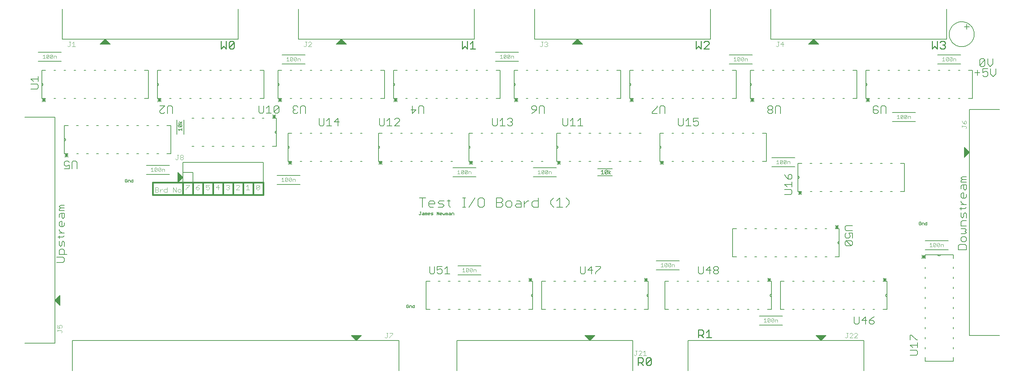
<source format=gto>
G04 Output by ViewMate Deluxe V11.0.9  PentaLogix LLC*
G04 Thu May 29 07:25:40 2014*
%FSLAX33Y33*%
%MOMM*%
%IPPOS*%
%ADD18C,0.127*%
%ADD125C,0.2032*%
%ADD127C,0.1016*%
%ADD128C,0.4064*%
%ADD129C,0.254*%
%ADD130C,0.127*%
%ADD131C,0.1524*%

%LPD*%
X0Y0D2*D18*G1X115126Y46444D2*X115126Y46076D1*X17633Y61130D2*X16835Y61130D1*X16835Y60731D2*X17633Y61529D1*X17234Y61529D2*X17234Y60731D1*X17633Y60731D2*X16835Y61529D1*X32596Y54945D2*X32474Y55067D1*X32228Y55067*X32106Y54945*X32106Y54453*X32228Y54331*X32474Y54331*X32596Y54453*X32352Y54699D2*X32596Y54699D1*X32596Y54453*X32855Y54331D2*X32855Y54821D1*X33223Y54821*X33345Y54699*X33345Y54331*X34094Y55067D2*X34094Y54331D1*X34094Y54821D2*X33726Y54821D1*X33602Y54699*X33602Y54453*X33726Y54331*X34094Y54331*X104465Y22949D2*X104465Y22581D1*X103716Y23195D2*X103594Y23317D1*X103348Y23317*X103226Y23195*X103226Y22703*X103348Y22581*X103594Y22581*X103716Y22703*X103472Y22949D2*X103716Y22949D1*X103716Y22703*X103975Y22581D2*X103975Y23071D1*X104343Y23071*X104465Y22949*X105214Y23071D2*X104846Y23071D1*X104722Y22949*X104722Y22703*X104846Y22581*X105214Y22581*X105214Y23317*X203053Y51605D2*X202255Y51605D1*X202255Y51206D2*X203053Y52004D1*X202654Y52004D2*X202654Y51206D1*X203053Y51206D2*X202255Y52004D1*X212001Y43409D2*X212001Y42611D1*X212400Y42611D2*X211602Y43409D1*X211602Y43010D2*X212400Y43010D1*X212400Y43409D2*X211602Y42611D1*X234262Y43904D2*X234262Y43658D1*X234386Y43536*X234754Y43536*X234754Y44272*X234754Y44026D2*X234386Y44026D1*X234262Y43904*X233256Y44150D2*X233134Y44272D1*X232888Y44272*X232766Y44150*X232766Y43658*X232888Y43536*X233134Y43536*X233256Y43658*X233012Y43904D2*X233256Y43904D1*X233256Y43658*X233515Y43536D2*X233515Y44026D1*X233883Y44026*X234005Y43904*X234005Y43536*X233850Y35072D2*X233850Y35870D1*X233451Y35870D2*X234249Y35072D1*X234249Y35471D2*X233451Y35471D1*X233451Y35072D2*X234249Y35870D1*X223667Y29276D2*X224465Y30074D1*X224066Y30074D2*X224066Y29276D1*X224465Y29276D2*X223667Y30074D1*X223667Y29675D2*X224465Y29675D1*X194457Y29675D2*X195255Y29675D1*X195255Y30074D2*X194457Y29276D1*X194856Y29276D2*X194856Y30074D1*X194457Y30074D2*X195255Y29276D1*X163342Y29276D2*X164140Y30074D1*X163741Y30074D2*X163741Y29276D1*X164140Y29276D2*X163342Y30074D1*X163342Y29675D2*X164140Y29675D1*X134132Y29675D2*X134930Y29675D1*X134930Y30074D2*X134132Y29276D1*X134531Y29276D2*X134531Y30074D1*X134132Y30074D2*X134930Y29276D1*X112387Y46198D2*X112387Y46566D1*X114008Y46322D2*X113886Y46198D1*X114633Y46076D2*X114633Y46566D1*X115126Y46444D2*X115001Y46566D1*X114633Y46566*X114008Y46322D2*X114376Y46322D1*X114008Y46566D2*X114254Y46566D1*X114376Y46444*X114376Y46076*X114008Y46076*X113886Y46198*X113137Y46566D2*X113137Y46076D1*X113383Y46076D2*X113383Y46444D1*X113627Y46076D2*X113627Y46444D1*X113505Y46566*X113383Y46444*X113259Y46566*X113137Y46566*X112880Y46566D2*X112880Y46198D1*X112756Y46076*X112634Y46198*X112512Y46076*X112387Y46198*X112009Y46076D2*X111763Y46076D1*X111641Y46198*X111641Y46444*X111641Y46322D2*X112131Y46322D1*X112131Y46444*X112009Y46566*X111763Y46566*X111641Y46444*X111382Y46812D2*X111382Y46076D1*X110891Y46812*X110891Y46076*X108646Y46198D2*X108646Y46444D1*X109764Y46322D2*X109885Y46198D1*X109764Y46076*X109395Y46076*X109395Y46444D2*X109517Y46322D1*X109764Y46322*X109885Y46566D2*X109517Y46566D1*X109395Y46444*X109136Y46322D2*X109136Y46444D1*X109014Y46566*X108768Y46566*X108646Y46444*X109136Y46322D2*X108646Y46322D1*X109014Y46076D2*X108768Y46076D1*X108646Y46198*X107897Y46566D2*X107897Y46076D1*X108143Y46076D2*X108143Y46444D1*X108389Y46076D2*X108389Y46444D1*X108265Y46566*X108143Y46444*X108021Y46566*X107897Y46566*X107640Y46322D2*X107272Y46322D1*X107150Y46198*X107272Y46076*X107640Y46076*X107640Y46444*X107518Y46566*X107272Y46566*X106647Y46812D2*X106891Y46812D1*X106769Y46812D2*X106769Y46198D1*X106647Y46076*X106523Y46076*X106401Y46198*X74148Y59624D2*X73350Y58826D1*X73749Y58826D2*X73749Y59624D1*X73350Y59624D2*X74148Y58826D1*X74148Y59225D2*X73350Y59225D1*X97008Y59225D2*X96210Y59225D1*X96210Y58826D2*X97008Y59624D1*X96609Y59624D2*X96609Y58826D1*X97008Y58826D2*X96210Y59624D1*X119868Y59624D2*X119070Y58826D1*X119469Y58826D2*X119469Y59624D1*X119070Y59624D2*X119868Y58826D1*X119868Y59225D2*X119070Y59225D1*X142093Y59225D2*X141295Y59225D1*X141295Y58826D2*X142093Y59624D1*X141694Y59624D2*X141694Y58826D1*X142093Y58826D2*X141295Y59624D1*X152453Y57053D2*X152768Y57366D1*X152768Y56426*X153081Y56426D2*X152453Y56426D1*X153391Y56584D2*X153391Y57211D1*X153546Y57366*X153860Y57366*X154018Y57211*X154018Y56584*X153860Y56426*X153546Y56426*X153391Y56584*X154018Y57211*X154325Y56426D2*X154325Y57366D1*X154795Y56426D2*X154325Y56739D1*X154795Y57053*X167729Y59624D2*X167729Y58826D1*X168128Y58826D2*X167330Y59624D1*X167330Y59225D2*X168128Y59225D1*X168128Y59624D2*X167330Y58826D1*X219799Y75499D2*X219799Y74701D1*X219400Y74701D2*X220198Y75499D1*X220198Y75100D2*X219400Y75100D1*X219400Y75499D2*X220198Y74701D1*X190589Y74701D2*X190589Y75499D1*X190190Y75499D2*X190988Y74701D1*X190988Y75100D2*X190190Y75100D1*X190190Y74701D2*X190988Y75499D1*X160109Y75499D2*X160109Y74701D1*X159710Y74701D2*X160508Y75499D1*X160508Y75100D2*X159710Y75100D1*X159710Y75499D2*X160508Y74701D1*X130899Y74701D2*X130899Y75499D1*X130500Y75499D2*X131298Y74701D1*X131298Y75100D2*X130500Y75100D1*X130500Y74701D2*X131298Y75499D1*X100419Y75499D2*X100419Y74701D1*X100020Y74701D2*X100818Y75499D1*X100818Y75100D2*X100020Y75100D1*X100020Y75499D2*X100818Y74701D1*X71209Y74701D2*X71209Y75499D1*X70810Y75499D2*X71608Y74701D1*X71608Y75100D2*X70810Y75100D1*X70810Y74701D2*X71608Y75499D1*X69761Y70551D2*X69761Y71349D1*X69362Y71349D2*X70160Y70551D1*X70160Y70950D2*X69362Y70950D1*X69362Y70551D2*X70160Y71349D1*X45817Y67363D2*X45504Y67678D1*X46444Y67678*X46444Y67991D2*X46444Y67363D1*X46286Y68301D2*X45659Y68301D1*X45504Y68456*X45504Y68770*X45659Y68928*X46286Y68928*X46444Y68770*X46444Y68456*X46286Y68301*X45659Y68928*X46444Y69235D2*X45504Y69235D1*X46444Y69705D2*X46131Y69235D1*X45817Y69705*X40729Y74701D2*X40729Y75499D1*X40330Y75499D2*X41128Y74701D1*X41128Y75100D2*X40330Y75100D1*X40330Y74701D2*X41128Y75499D1*X11519Y75499D2*X11519Y74701D1*X11120Y74701D2*X11918Y75499D1*X11918Y75100D2*X11120Y75100D1*X11120Y75499D2*X11918Y74701D1*D125*X8240Y77914D2*X9809Y77914D1*X10122Y78227*X10122Y79832D2*X10122Y81087D1*X10122Y80460D2*X8240Y80460D1*X8867Y79832*X8240Y79169D2*X9809Y79169D1*X10122Y78854*X10122Y78227*X230490Y14440D2*X230490Y15695D1*X230490Y10604D2*X232059Y10604D1*X232372Y10917*X232372Y11544*X232059Y11859*X230490Y11859*X231117Y12522D2*X230490Y13150D1*X232372Y13150*X232372Y13777D2*X232372Y12522D1*X232372Y14440D2*X232059Y14440D1*X230805Y15695*X230490Y15695*X219202Y18453D2*X219202Y20335D1*X218262Y19393*X221435Y20335D2*X220807Y20020D1*X220180Y19393*X220180Y18766*X220495Y18453*X221120Y18453*X221435Y18766*X221435Y19080*X221120Y19393*X220180Y19393*X218262Y19393D2*X219517Y19393D1*X217599Y20335D2*X217599Y18766D1*X217284Y18453*X216657Y18453*X216344Y18766*X216344Y20335*X178892Y32093D2*X179832Y33035D1*X179832Y31153*X181750Y32093D2*X182065Y32408D1*X182065Y32720*X181750Y33035*X181125Y33035*X180810Y32720*X180810Y32408*X181125Y32093*X180810Y31780D2*X180810Y31466D1*X181125Y31153*X181750Y31153*X182065Y31466*X182065Y31780*X181750Y32093*X181125Y32093*X180810Y31780*X178892Y32093D2*X180147Y32093D1*X178229Y33035D2*X178229Y31466D1*X177914Y31153*X177287Y31153*X176974Y31466*X176974Y33035*X147130Y31466D2*X147130Y33035D1*X150302Y32093D2*X149047Y32093D1*X150965Y33035D2*X152220Y33035D1*X152220Y32720*X150965Y31466*X150965Y31153*X149987Y31153D2*X149987Y33035D1*X149047Y32093*X148384Y33035D2*X148384Y31466D1*X148069Y31153*X147442Y31153*X147130Y31466*X112865Y31153D2*X114120Y31153D1*X113492Y31153D2*X113492Y33035D1*X112865Y32408*X110947Y33035D2*X112202Y33035D1*X110947Y31466D2*X111260Y31153D1*X111887Y31153*X112202Y31466*X112202Y32093*X111887Y32408*X111575Y32408*X110947Y32093*X110947Y33035*X110284Y33035D2*X110284Y31466D1*X109969Y31153*X109342Y31153*X109030Y31466*X109030Y33035*X106464Y50383D2*X108024Y50383D1*X107244Y48044D2*X107244Y50383D1*X108803Y49212D2*X108803Y48433D1*X109192Y48044*X109972Y48044*X110363Y48824D2*X110363Y49212D1*X109972Y49604*X109192Y49604*X108803Y49212*X110363Y48824D2*X108803Y48824D1*X112700Y48433D2*X112311Y48824D1*X111531Y48824*X112700Y49604D2*X111531Y49604D1*X111143Y49212*X111531Y48824*X111143Y48044D2*X112311Y48044D1*X112700Y48433*X114259Y48044D2*X113871Y48433D1*X113871Y49992*X114259Y49604D2*X113480Y49604D1*X117378Y50383D2*X118158Y50383D1*X117767Y48044D2*X117767Y50383D1*X118158Y48044D2*X117378Y48044D1*X120498Y50383D2*X118938Y48044D1*X122837Y48433D2*X122837Y49992D1*X122446Y50383*X121666Y50383*X121277Y49992*X121277Y48433*X121666Y48044*X122446Y48044*X122837Y48433*X127513Y48824D2*X127124Y49212D1*X125954Y49212D2*X127124Y49212D1*X127513Y49604*X127513Y49992*X127124Y50383*X125954Y50383*X125954Y48044*X127124Y48044*X127513Y48433*X127513Y48824*X129852Y49212D2*X129852Y48433D1*X129461Y48044*X128681Y48044*X128293Y48433*X128293Y49212*X128681Y49604*X129461Y49604*X129852Y49212*X131021Y49604D2*X131801Y49604D1*X132192Y49212*X132192Y48824D2*X131021Y48824D1*X130632Y48433*X131021Y48044*X132192Y48044*X132192Y49212*X132972Y48044D2*X132972Y49604D1*X132972Y48824D2*X133751Y49604D1*X134140Y49604*X136479Y49604D2*X135308Y49604D1*X134920Y49212*X134920Y48433*X135308Y48044*X136479Y48044*X136479Y50383*X144275Y49604D2*X143495Y50383D1*X141935Y48044D2*X141935Y50383D1*X141155Y49604*X140376Y50383D2*X139596Y49604D1*X139596Y48824*X140376Y48044*X142715Y48044D2*X141155Y48044D1*X143495Y48044D2*X144275Y48824D1*X144275Y49604*X198740Y56335D2*X199055Y55707D1*X199682Y55080*X200309Y55080D2*X200622Y55395D1*X200622Y56020*X200309Y56335*X199995Y56335*X199682Y56020*X199682Y55080*X200309Y55080*X200622Y53162D2*X200622Y54417D1*X200622Y53790D2*X198740Y53790D1*X199367Y53162*X198740Y52499D2*X200309Y52499D1*X200622Y52184*X200622Y51557*X198740Y51244D2*X200309Y51244D1*X200622Y51557*X215915Y43370D2*X214346Y43370D1*X214033Y43058*X214033Y42431*X214346Y42116*X215915Y42116*X215915Y40198D2*X215915Y41453D1*X214973Y41453*X214346Y40198D2*X214973Y40198D1*X215288Y40513*X215288Y40825*X214973Y41453*X214346Y41453D2*X214033Y41140D1*X214033Y40513*X214346Y40198*X214346Y39535D2*X215600Y39535D1*X215915Y39220*X215915Y38595*X215600Y38280D2*X214346Y38280D1*X214033Y38595*X214033Y39220*X214346Y39535*X215600Y38280*X215915Y38595*X244361Y38570D2*X244691Y38240D1*X244691Y37249*X242707Y37249*X242707Y38240*X243037Y38570*X244361Y38570*X243700Y40582D2*X244361Y40582D1*X244691Y40251*X244691Y39591*X244361Y39261*X243700Y39261*X243370Y39591*X243370Y40251*X243700Y40582*X243370Y41272D2*X244361Y41272D1*X244691Y41603*X244361Y41933*X244691Y42263*X244361Y42593*X243370Y42593*X244691Y43284D2*X243370Y43284D1*X243370Y44275*X243700Y44605*X244691Y44605*X244691Y45296D2*X244691Y46286D1*X244361Y46617*X243370Y46617D2*X243370Y45626D1*X243700Y45296*X244030Y45626*X244030Y46286*X244361Y46617*X244691Y47968D2*X244361Y47635D1*X243037Y47635*X243370Y47968D2*X243370Y47305D1*X244691Y48646D2*X243370Y48646D1*X244030Y48646D2*X243370Y49309D1*X243370Y49639*X244361Y50322D2*X244691Y50653D1*X244691Y51316*X243700Y51646D2*X243370Y51316D1*X243370Y50653*X243700Y50322*X244361Y50322*X244030Y50322D2*X244030Y51646D1*X243700Y51646*X243370Y52664D2*X243370Y53325D1*X243700Y53658*X244030Y53658D2*X244030Y52664D1*X244361Y52334*X244691Y52664*X244691Y53658*X243700Y53658*X243700Y55006D2*X243370Y54676D1*X243370Y54346*X244691Y54346*X244691Y55006D2*X243700Y55006D1*X243370Y55336*X243700Y55667*X244691Y55667*X247460Y82718D2*X247460Y81394D1*X249390Y85258D2*X249060Y85588D1*X248399Y85588*X248069Y85258*X248069Y83934*X249390Y83934D2*X249390Y85258D1*X248069Y83934*X248399Y83604*X249060Y83604*X249390Y83934*X251402Y84264D2*X250741Y83604D1*X250081Y84264*X250081Y85588*X251402Y84264D2*X251402Y85588D1*X252143Y83048D2*X252143Y81724D1*X251483Y81064*X250822Y81724*X250822Y83048*X250132Y83048D2*X248811Y83048D1*X248811Y82055*X248811Y81394D2*X249141Y81064D1*X249801Y81064*X250132Y81394*X250132Y82055*X249801Y82385*X249471Y82385*X248811Y82055*X246799Y82055D2*X248120Y82055D1*X223091Y73309D2*X223406Y73622D1*X224033Y73622*X224346Y73309*X224346Y71740*X223091Y73309D2*X223091Y71740D1*X222428Y73309D2*X222115Y73622D1*X221488Y73622*X221173Y73309*X221173Y72682D2*X222115Y72682D1*X222428Y72367*X222428Y72055*X222115Y71740*X221488Y71740*X221173Y72055*X221173Y73309*X196421Y73309D2*X196736Y73622D1*X197363Y73622*X197676Y73309*X197676Y71740*X196421Y73309D2*X196421Y71740D1*X195445Y72682D2*X195758Y72995D1*X195758Y73309*X195445Y73622*X194818Y73622*X194503Y73309*X194503Y72995*X194818Y72682*X194503Y72055D2*X194818Y71740D1*X195445Y71740*X195758Y72055*X195758Y72367*X195445Y72682*X194818Y72682*X194503Y72367*X194503Y72055*X176985Y70500D2*X175730Y70500D1*X175730Y69558*X176357Y69873*X176670Y69873*X176985Y69558*X176985Y68931*X176670Y68618*X176045Y68618*X175730Y68931*X173812Y68618D2*X175067Y68618D1*X174440Y68618D2*X174440Y70500D1*X173812Y69873*X173149Y70500D2*X173149Y68931D1*X172834Y68618*X172207Y68618*X171894Y68931*X171894Y70500*X166548Y71740D2*X165293Y71740D1*X167211Y71740D2*X167211Y73309D1*X168466Y71740D2*X168466Y73309D1*X168153Y73622*X167526Y73622*X167211Y73309*X166548Y73622D2*X166548Y73309D1*X165293Y72055*X165293Y71740*X146520Y69873D2*X147147Y70500D1*X147147Y68618*X146520Y68618D2*X147775Y68618D1*X144602Y68618D2*X145857Y68618D1*X145230Y68618D2*X145230Y70500D1*X144602Y69873*X143939Y70500D2*X143939Y68931D1*X143624Y68618*X142997Y68618*X142684Y68931*X142684Y70500*X136731Y73309D2*X137046Y73622D1*X137673Y73622*X137986Y73309*X137986Y71740*X136731Y73309D2*X136731Y71740D1*X136068Y72682D2*X136068Y73309D1*X135755Y73622*X135128Y73622*X134813Y73309*X134813Y72995*X135128Y72682*X136068Y72682*X135440Y72055*X134813Y71740*X128740Y70185D2*X129055Y70500D1*X129680Y70500*X129995Y70185*X129995Y69873*X129680Y69558*X129367Y69558D2*X129680Y69558D1*X129995Y69245*X129995Y68931*X129680Y68618*X129055Y68618*X128740Y68931*X126822Y68618D2*X128077Y68618D1*X127450Y68618D2*X127450Y70500D1*X126822Y69873*X126159Y70500D2*X126159Y68931D1*X125844Y68618*X125217Y68618*X124904Y68931*X124904Y70500*X106251Y73309D2*X106566Y73622D1*X107193Y73622*X107506Y73309*X107506Y71740*X106251Y73309D2*X106251Y71740D1*X104648Y73622D2*X104648Y71740D1*X105588Y72682*X104333Y72682*X96330Y68931D2*X96330Y70500D1*X100165Y68618D2*X101420Y68618D1*X100165Y70185D2*X100480Y70500D1*X101105Y70500*X101420Y70185*X101420Y69873*X100165Y68618*X98247Y68618D2*X99502Y68618D1*X98875Y68618D2*X98875Y70500D1*X98247Y69873*X97584Y70500D2*X97584Y68931D1*X97269Y68618*X96642Y68618*X96330Y68931*X84925Y69558D2*X85865Y70500D1*X85865Y68618*X84925Y69558D2*X86180Y69558D1*X83007Y68618D2*X84262Y68618D1*X83635Y68618D2*X83635Y70500D1*X83007Y69873*X82344Y70500D2*X82344Y68931D1*X82029Y68618*X81402Y68618*X81090Y68931*X81090Y70500*X77660Y71740D2*X77660Y73309D1*X77348Y73622*X76721Y73622*X76406Y73309*X74803Y72682D2*X75115Y72682D1*X74488Y73309D2*X74488Y72995D1*X74803Y72682*X74488Y72367*X74488Y72055*X74803Y71740*X75430Y71740*X75743Y72055*X76406Y73309D2*X76406Y71740D1*X75743Y73309D2*X75430Y73622D1*X74803Y73622*X74488Y73309*X70940Y73360D2*X70625Y73675D1*X70000Y73675*X69685Y73360*X69685Y72106*X70000Y71793*X70625Y71793*X70940Y72106*X70940Y73360*X69685Y72106*X67767Y71793D2*X69022Y71793D1*X68395Y71793D2*X68395Y73675D1*X67767Y73048*X67104Y73675D2*X67104Y72106D1*X66789Y71793*X66162Y71793*X65850Y72106*X65850Y73675*X40833Y73622D2*X42088Y73622D1*X40833Y72055D2*X40833Y72367D1*X42088Y73622*X44006Y71740D2*X44006Y73309D1*X43693Y73622*X43066Y73622*X42751Y73309*X42751Y71740*X42088Y72055D2*X41775Y71740D1*X41148Y71740*X40833Y72055*X18621Y59339D2*X18936Y59652D1*X19563Y59652*X19876Y59339*X19876Y57770*X18621Y59339D2*X18621Y57770D1*X17958Y59339D2*X17645Y59652D1*X17018Y59652*X16703Y59339*X16703Y58712*X17018Y58397*X17330Y58397*X17958Y58712*X17958Y57770*X16703Y57770*X16396Y39418D2*X16726Y39088D1*X16726Y38097*X15735Y38097D2*X16066Y38428D1*X16066Y39088*X16396Y39418*X15405Y47147D2*X15405Y47478D1*X15735Y47808*X16726Y48471D2*X15735Y48471D1*X15405Y48141*X15735Y47808*X16726Y47808*X15405Y47147D2*X16726Y47147D1*X15735Y46459D2*X15405Y46129D1*X15405Y45466*X16396Y45136D2*X16726Y45466D1*X16726Y46459*X15735Y46459*X16066Y46459D2*X16066Y45466D1*X16396Y45136*X16726Y44117D2*X16726Y43457D1*X16396Y43124*X15735Y43124*X15405Y43457*X15405Y44117*X15735Y44447*X16066Y44447*X16066Y43124*X16066Y41450D2*X15405Y42111D1*X15405Y42441*X16726Y41450D2*X15405Y41450D1*X16726Y40770D2*X16396Y40439D1*X15072Y40439*X15405Y40109D2*X15405Y40770D1*X15405Y39418D2*X15405Y38428D1*X15735Y38097*X17386Y36086D2*X15405Y36086D1*X16726Y36086D2*X16726Y37076D1*X16396Y37407*X15735Y37407*X15405Y37076*X15405Y36086*X14742Y35395D2*X16396Y35395D1*X16726Y35065*X16726Y34404*X16396Y34074*X14742Y34074*D127*X237317Y38786D2*X237317Y38176D1*X238252Y38024D2*X238252Y38633D1*X238862Y38024D2*X238862Y38481D1*X238709Y38633*X238252Y38633*X237927Y38786D2*X237927Y38176D1*X237774Y38024*X237470Y38024*X237317Y38176*X237927Y38786*X237774Y38938*X237470Y38938*X237317Y38786*X236992Y38786D2*X236837Y38938D1*X236532Y38938*X236380Y38786*X236380Y38176*X236532Y38024*X236837Y38024*X236992Y38176*X236992Y38786*X236380Y38176*X235445Y38024D2*X236055Y38024D1*X235750Y38024D2*X235750Y38938D1*X235445Y38633*X196710Y59588D2*X197015Y59893D1*X197015Y58979*X197320Y58979D2*X196710Y58979D1*X197645Y59131D2*X197645Y59741D1*X197797Y59893*X198102Y59893*X198257Y59741*X198257Y59131D2*X198257Y59741D1*X197645Y59131*X197797Y58979*X198102Y58979*X198257Y59131*X198582Y59131D2*X198582Y59741D1*X198735Y59893*X199039Y59893*X199192Y59741*X199192Y59131D2*X199192Y59741D1*X198582Y59131*X198735Y58979*X199039Y58979*X199192Y59131*X199517Y58979D2*X199517Y59588D1*X199974Y59588*X200127Y59436*X200127Y58979*X244546Y67879D2*X244742Y68075D1*X244742Y68270*X244546Y68463*X243573Y68270D2*X243573Y68659D1*X244546Y68463D2*X243573Y68463D1*X244158Y69050D2*X244546Y69050D1*X244742Y69243*X244742Y69634*X244546Y69830*X244353Y69830*X244158Y69634*X244158Y69050*X243766Y69439*X243573Y69830*X229997Y70409D2*X229997Y71018D1*X230607Y70409D2*X230607Y70866D1*X230454Y71018*X229997Y71018*X227190Y71018D2*X227495Y71323D1*X227495Y70409*X227800Y70409D2*X227190Y70409D1*X228125Y70561D2*X228125Y71171D1*X228277Y71323*X228582Y71323*X228737Y71171*X228737Y70561D2*X228737Y71171D1*X228125Y70561*X228277Y70409*X228582Y70409*X228737Y70561*X229062Y70561D2*X229062Y71171D1*X229215Y71323*X229519Y71323*X229672Y71171D2*X229672Y70561D1*X229519Y70409*X229215Y70409*X229062Y70561*X229672Y71171*X229519Y71323*X240492Y85776D2*X240492Y85166D1*X241427Y85014D2*X241427Y85623D1*X242037Y85014D2*X242037Y85471D1*X241884Y85623*X241427Y85623*X241102Y85776D2*X241102Y85166D1*X240949Y85014*X240645Y85014*X240492Y85166*X241102Y85776*X240949Y85928*X240645Y85928*X240492Y85776*X240167Y85776D2*X240012Y85928D1*X239707Y85928*X239555Y85776*X239555Y85166*X239707Y85014*X240012Y85014*X240167Y85166*X240167Y85776*X239555Y85166*X238620Y85014D2*X239230Y85014D1*X238925Y85014D2*X238925Y85928D1*X238620Y85623*X197752Y89218D2*X198338Y89802D1*X198338Y88633*X197752Y89218D2*X198531Y89218D1*X196972Y89802D2*X197363Y89802D1*X197168Y89802D2*X197168Y88829D1*X196972Y88633*X196779Y88633*X196583Y88829*X187787Y85776D2*X187787Y85166D1*X188722Y85014D2*X188722Y85623D1*X189332Y85014D2*X189332Y85471D1*X189179Y85623*X188722Y85623*X188397Y85776D2*X188397Y85166D1*X188244Y85014*X187940Y85014*X187787Y85166*X188397Y85776*X188244Y85928*X187940Y85928*X187787Y85776*X187462Y85776D2*X187307Y85928D1*X187002Y85928*X186850Y85776*X186850Y85166*X187002Y85014*X187307Y85014*X187462Y85166*X187462Y85776*X186850Y85166*X185915Y85014D2*X186525Y85014D1*X186220Y85014D2*X186220Y85928D1*X185915Y85623*X138453Y89218D2*X138648Y89218D1*X138062Y88829D2*X138257Y88633D1*X138648Y88633*X138841Y88829*X138841Y89022*X138648Y89218*X138841Y89413*X138841Y89609*X138648Y89802*X138257Y89802*X138062Y89609*X137282Y89802D2*X137673Y89802D1*X137478Y89802D2*X137478Y88829D1*X137282Y88633*X137089Y88633*X136893Y88829*X128732Y86411D2*X128732Y85801D1*X129667Y85649D2*X129667Y86258D1*X130277Y85649D2*X130277Y86106D1*X130124Y86258*X129667Y86258*X129342Y86411D2*X129342Y85801D1*X129189Y85649*X128885Y85649*X128732Y85801*X129342Y86411*X129189Y86563*X128885Y86563*X128732Y86411*X128407Y86411D2*X128252Y86563D1*X127947Y86563*X127795Y86411*X127795Y85801*X127947Y85649*X128252Y85649*X128407Y85801*X128407Y86411*X127795Y85801*X126860Y85649D2*X127470Y85649D1*X127165Y85649D2*X127165Y86563D1*X126860Y86258*X77399Y88633D2*X77203Y88829D1*X79151Y88633D2*X78372Y88633D1*X79151Y89413*X79151Y89609*X78958Y89802*X78567Y89802*X78372Y89609*X77592Y89802D2*X77983Y89802D1*X77788Y89802D2*X77788Y88829D1*X77592Y88633*X77399Y88633*X74757Y85776D2*X74757Y85166D1*X75692Y85014D2*X75692Y85623D1*X76302Y85014D2*X76302Y85471D1*X76149Y85623*X75692Y85623*X75367Y85776D2*X75367Y85166D1*X75214Y85014*X74910Y85014*X74757Y85166*X75367Y85776*X75214Y85928*X74910Y85928*X74757Y85776*X74432Y85776D2*X74277Y85928D1*X73972Y85928*X73820Y85776*X73820Y85166*X73972Y85014*X74277Y85014*X74432Y85166*X74432Y85776*X73820Y85166*X72885Y85014D2*X73495Y85014D1*X73190Y85014D2*X73190Y85928D1*X72885Y85623*X19461Y88633D2*X18682Y88633D1*X19073Y88633D2*X19073Y89802D1*X18682Y89413*X17902Y89802D2*X18293Y89802D1*X18098Y89802D2*X18098Y88829D1*X17902Y88633*X17709Y88633*X17513Y88829*X11290Y86258D2*X11595Y86563D1*X11595Y85649*X11900Y85649D2*X11290Y85649D1*X12225Y85801D2*X12225Y86411D1*X12377Y86563*X12682Y86563*X12837Y86411*X12837Y85801D2*X12682Y85649D1*X12377Y85649*X12225Y85801*X12837Y86411*X12837Y85801*X13162Y85801D2*X13162Y86411D1*X13315Y86563*X13619Y86563*X13772Y86411*X13772Y85801D2*X13772Y86411D1*X13162Y85801*X13315Y85649*X13619Y85649*X13772Y85801*X14097Y85649D2*X14097Y86258D1*X14554Y86258*X14707Y86106*X14707Y85649*X16142Y16439D2*X15946Y16243D1*X14973Y17412D2*X14973Y18191D1*X15946Y17412D2*X16142Y17607D1*X16142Y17998*X15946Y18191*X15558Y18191*X15362Y17998*X15362Y17803*X15558Y17412*X14973Y17412*X14973Y16632D2*X14973Y17023D1*X14973Y16828D2*X15946Y16828D1*X16142Y16632*X16142Y16439*X97724Y15169D2*X97920Y14973D1*X98115Y14973*X98308Y15169*X98895Y16142D2*X99675Y16142D1*X98115Y16142D2*X98504Y16142D1*X98308Y15169D2*X98308Y16142D1*X98895Y14973D2*X98895Y15169D1*X99675Y15949*X99675Y16142*X117335Y32283D2*X117640Y32588D1*X117640Y31674*X117945Y31674D2*X117335Y31674D1*X118270Y31826D2*X118270Y32436D1*X118422Y32588*X118727Y32588*X118882Y32436*X118882Y31826D2*X118882Y32436D1*X118270Y31826*X118422Y31674*X118727Y31674*X118882Y31826*X119207Y31826D2*X119207Y32436D1*X119360Y32588*X119664Y32588*X119817Y32436*X119817Y31826D2*X119817Y32436D1*X119207Y31826*X119360Y31674*X119664Y31674*X119817Y31826*X120142Y31674D2*X120142Y32283D1*X120599Y32283*X120752Y32131*X120752Y31674*X162639Y10528D2*X161859Y10528D1*X162639Y11308*X160691Y10724D2*X160886Y10528D1*X161079Y10528*X161275Y10724*X161275Y11697*X161470Y11697D2*X161079Y11697D1*X161859Y11504D2*X162055Y11697D1*X162443Y11697*X162639Y11504*X162639Y11308*X163030Y11308D2*X163419Y11697D1*X163419Y10528*X163810Y10528D2*X163030Y10528D1*X216370Y14973D2*X217150Y14973D1*X216370Y15949D2*X216563Y16142D1*X216954Y16142*X217150Y15949*X217150Y15753*X216370Y14973*X215979Y14973D2*X215199Y14973D1*X215979Y15753*X215979Y15949*X215783Y16142*X215395Y16142*X215199Y15949*X214419Y16142D2*X214810Y16142D1*X214615Y16142D2*X214615Y15169D1*X214419Y14973*X214226Y14973*X214031Y15169*X195407Y19736D2*X195407Y19126D1*X196342Y18974D2*X196342Y19583D1*X196952Y18974D2*X196952Y19431D1*X196799Y19583*X196342Y19583*X196017Y19736D2*X196017Y19126D1*X195864Y18974*X195560Y18974*X195407Y19126*X196017Y19736*X195864Y19888*X195560Y19888*X195407Y19736*X195082Y19736D2*X194927Y19888D1*X194622Y19888*X194470Y19736*X194470Y19126*X194622Y18974*X194927Y18974*X195082Y19126*X195082Y19736*X194470Y19126*X193535Y18974D2*X194145Y18974D1*X193840Y18974D2*X193840Y19888D1*X193535Y19583*X169372Y33706D2*X169372Y33096D1*X170307Y32944D2*X170307Y33553D1*X170917Y32944D2*X170917Y33401D1*X170764Y33553*X170307Y33553*X169982Y33706D2*X169982Y33096D1*X169829Y32944*X169525Y32944*X169372Y33096*X169982Y33706*X169829Y33858*X169525Y33858*X169372Y33706*X169047Y33706D2*X168892Y33858D1*X168587Y33858*X168435Y33706*X168435Y33096*X168587Y32944*X168892Y32944*X169047Y33096*X169047Y33706*X168435Y33096*X167500Y32944D2*X168110Y32944D1*X167805Y32944D2*X167805Y33858D1*X167500Y33553*X138257Y57201D2*X138257Y56591D1*X139192Y56439D2*X139192Y57048D1*X139802Y56439D2*X139802Y56896D1*X139649Y57048*X139192Y57048*X138867Y57201D2*X138867Y56591D1*X138714Y56439*X138410Y56439*X138257Y56591*X138867Y57201*X138714Y57353*X138410Y57353*X138257Y57201*X137932Y57201D2*X137777Y57353D1*X137472Y57353*X137320Y57201*X137320Y56591*X137932Y57201*X137932Y56591*X137777Y56439*X137472Y56439*X137320Y56591*X136385Y56439D2*X136995Y56439D1*X136690Y56439D2*X136690Y57353D1*X136385Y57048*X117000Y56591D2*X117000Y57201D1*X117937Y57201D2*X117937Y56591D1*X118872Y56439D2*X118872Y57048D1*X119482Y56439D2*X119482Y56896D1*X119329Y57048*X118872Y57048*X118547Y57201D2*X118547Y56591D1*X118394Y56439*X118090Y56439*X117937Y56591*X118547Y57201*X118394Y57353*X118090Y57353*X117937Y57201*X117612Y57201D2*X117612Y56591D1*X117457Y56439*X117152Y56439*X117000Y56591*X117612Y57201*X117457Y57353*X117152Y57353*X117000Y57201*X116065Y57048D2*X116370Y57353D1*X116370Y56439*X116065Y56439D2*X116675Y56439D1*X72550Y54686D2*X72550Y55296D1*X73487Y55296D2*X73487Y54686D1*X74422Y54534D2*X74422Y55143D1*X75032Y54534D2*X75032Y54991D1*X74879Y55143*X74422Y55143*X74097Y55296D2*X74097Y54686D1*X73944Y54534*X73640Y54534*X73487Y54686*X74097Y55296*X73944Y55448*X73640Y55448*X73487Y55296*X73162Y55296D2*X73162Y54686D1*X73007Y54534*X72702Y54534*X72550Y54686*X73162Y55296*X73007Y55448*X72702Y55448*X72550Y55296*X71615Y55143D2*X71920Y55448D1*X71920Y54534*X71615Y54534D2*X72225Y54534D1*X65240Y53414D2*X65240Y52634D1*X66020Y53414D2*X66020Y52634D1*X65824Y52438*X65433Y52438*X65240Y52634*X66020Y53414*X65824Y53607*X65433Y53607*X65240Y53414*X62700Y53218D2*X63089Y53607D1*X63089Y52438*X62700Y52438D2*X63480Y52438D1*X60940Y52438D2*X60160Y52438D1*X60940Y53218*X60940Y53414*X60744Y53607*X60353Y53607*X60160Y53414*X57620Y53414D2*X57813Y53607D1*X58204Y53607*X58400Y53414*X58400Y53218*X58204Y53022*X58009Y53022D2*X58204Y53022D1*X58400Y52827*X58400Y52634*X58204Y52438*X57813Y52438*X57620Y52634*X55080Y53022D2*X55664Y53607D1*X55664Y52438*X55080Y53022D2*X55860Y53022D1*X52540Y53607D2*X53320Y53607D1*X52540Y52634D2*X52733Y52438D1*X53124Y52438*X53320Y52634*X53320Y53022*X53124Y53218*X52929Y53218*X52540Y53022*X52540Y53607*X50780Y53607D2*X50389Y53414D1*X50000Y53022*X50000Y52634D2*X50000Y53022D1*X50584Y53022*X50780Y52827*X50780Y52634*X50584Y52438*X50193Y52438*X50000Y52634*X39738Y51803D2*X40322Y51803D1*X40518Y51999*X40518Y52192*X40322Y52388*X40518Y52583D2*X40518Y52779D1*X40322Y52972*X39738Y52972*X39738Y51803*X39738Y52388D2*X40322Y52388D1*X40518Y52583*X40907Y51803D2*X40907Y52583D1*X40907Y52192D2*X41298Y52583D1*X41493Y52583*X42662Y52583D2*X42078Y52583D1*X41882Y52388*X41882Y51999*X42078Y51803*X42662Y51803*X42662Y52972*X44221Y51803D2*X44221Y52972D1*X45001Y51803*X45001Y52972*X46170Y51999D2*X45974Y51803D1*X45585Y51803*X45390Y51999*X45390Y52388*X45585Y52583*X45974Y52583*X46170Y52388*X46170Y51999*X46754Y51999D2*X46754Y51803D1*X46561Y51803*X46561Y51999*X46754Y51999*X47460Y52438D2*X47460Y52634D1*X48240Y53414*X48240Y53607*X47460Y53607*X45987Y61034D2*X46182Y61227D1*X46573Y61227*X46766Y61034*X46766Y60838*X46573Y60642*X46182Y60642D2*X45987Y60447D1*X45987Y60254*X46182Y60058*X46573Y60058*X46766Y60254*X46766Y60447*X46573Y60642*X46182Y60642*X45987Y60838*X45987Y61034*X45207Y61227D2*X45598Y61227D1*X45402Y61227D2*X45402Y60254D1*X45207Y60058*X45014Y60058*X44818Y60254*X40467Y57836D2*X40467Y57226D1*X41402Y57074D2*X41402Y57683D1*X42012Y57074D2*X42012Y57531D1*X41859Y57683*X41402Y57683*X41077Y57836D2*X41077Y57226D1*X40924Y57074*X40620Y57074*X40467Y57226*X41077Y57836*X40924Y57988*X40620Y57988*X40467Y57836*X40142Y57836D2*X39987Y57988D1*X39682Y57988*X39530Y57836*X39530Y57226*X39682Y57074*X39987Y57074*X40142Y57226*X40142Y57836*X39530Y57226*X38595Y57074D2*X39205Y57074D1*X38900Y57074D2*X38900Y57988D1*X38595Y57683*D128*X54292Y51118D2*X51752Y51118D1*X59372Y51118D2*X56832Y51118D1*X61912Y51118D2*X64452Y51118D1*X66992Y51118D2*X64452Y51118D1*X64452Y54292*X61912Y54292D2*X61912Y51118D1*X59372Y51118*X59372Y54292*X56832Y54292D2*X56832Y51118D1*X54292Y51118*X54292Y54292*X51752Y54292D2*X51752Y51118D1*X49212Y51118*X46672Y54292D2*X46672Y51118D1*X49212Y54292D2*X49212Y51118D1*X46672Y51118*X39052Y51118*X39052Y54292*X46672Y54292*X66992Y54292*X66992Y51118*D129*X162700Y8710D2*X163022Y9030D1*X163022Y9675*X162700Y9997*X161734Y9997*X161734Y8064*X162700Y8710D2*X161734Y8710D1*X163022Y8064D2*X162380Y8710D1*X163746Y8387D2*X163746Y9675D1*X164069Y9997*X164711Y9997*X165034Y9675*X165034Y8387*X164711Y8064*X164069Y8064*X163746Y8387*X165034Y9675*X178262Y16660D2*X177940Y16982D1*X176974Y16982*X176974Y15050*X177620Y15695D2*X178262Y15050D1*X176974Y15695D2*X177940Y15695D1*X178262Y16015*X178262Y16660*X178986Y16337D2*X179629Y16982D1*X178986Y15050D2*X180274Y15050D1*X179629Y16982D2*X179629Y15050D1*X238684Y89040D2*X239006Y89040D1*X238041Y88397D2*X238364Y88074D1*X239006Y88074*X239329Y88397*X239329Y88720*X239006Y89040*X239329Y89362*X239329Y89685*X239006Y90007*X238364Y90007*X238041Y89685*X237317Y90007D2*X237317Y88074D1*X236675Y88720*X236030Y88074*X236030Y90007*X176340Y88074D2*X176340Y90007D1*X179639Y88074D2*X178351Y88074D1*X179639Y89362*X179639Y89685*X179316Y90007*X178674Y90007*X178351Y89685*X177627Y90007D2*X177627Y88074D1*X176985Y88720*X176340Y88074*X119296Y88074D2*X120584Y88074D1*X119939Y88074D2*X119939Y90007D1*X119296Y89362*X118572Y90007D2*X118572Y88074D1*X117930Y88720*X117284Y88074*X117284Y90007*X56324Y88074D2*X56324Y90007D1*X58336Y89685D2*X58336Y88397D1*X59624Y89685D2*X59624Y88397D1*X59301Y88074*X58659Y88074*X58336Y88397*X59624Y89685*X59301Y90007*X58659Y90007*X58336Y89685*X57612Y90007D2*X57612Y88074D1*X56970Y88720*X56324Y88074*D130*X90505Y14305D2*X90470Y14305D1*X90345Y14430D2*X90630Y14430D1*X90752Y14552D2*X90223Y14552D1*X90099Y14676D2*X90876Y14676D1*X90998Y14798D2*X89977Y14798D1*X89852Y14922D2*X91122Y14922D1*X91244Y15044D2*X89731Y15044D1*X89606Y15169D2*X91369Y15169D1*X91491Y15291D2*X89484Y15291D1*X89360Y15415D2*X91615Y15415D1*X91737Y15537D2*X89238Y15537D1*X91758Y15558D2*X90488Y14288D1*X89218Y15558*X91758Y15558*X149560Y14305D2*X149525Y14305D1*X149400Y14430D2*X149685Y14430D1*X149807Y14552D2*X149278Y14552D1*X149154Y14676D2*X149931Y14676D1*X150053Y14798D2*X149032Y14798D1*X148908Y14922D2*X150178Y14922D1*X150299Y15044D2*X148786Y15044D1*X148661Y15169D2*X150424Y15169D1*X150546Y15291D2*X148539Y15291D1*X148415Y15415D2*X150670Y15415D1*X150792Y15537D2*X148293Y15537D1*X150812Y15558D2*X149542Y14288D1*X148272Y15558*X150812Y15558*X240373Y91758D2*X240378Y91580D1*X240393Y91402*X240419Y91224*X240454Y91051*X240497Y90879*X240553Y90708*X240617Y90541*X240690Y90378*X240772Y90221*X240863Y90068*X240965Y89921*X241071Y89779*X241188Y89644*X241310Y89515*X241442Y89393*X241579Y89278*X241722Y89174*X241872Y89075*X242026Y88986*X242184Y88905*X242349Y88834*X242514Y88773*X242687Y88722*X242860Y88679*X243035Y88646*X243210Y88623*X243388Y88610*X243568Y88608*X243746Y88616*X243924Y88633*X244099Y88661*X244272Y88699*X244445Y88745*X244615Y88803*X244780Y88870*X244940Y88946*X245097Y89030*X245250Y89124*X245394Y89225*X245537Y89334*X245669Y89454*X245796Y89578*X245915Y89710*X246027Y89850*X246131Y89995*X246228Y90145*X246314Y90300*X246393Y90460*X246461Y90625*X246520Y90792*X246570Y90965*X246611Y91138*X246642Y91313*X246662Y91491*X246672Y91669*X246672Y91846*X246662Y92024*X246642Y92202*X246611Y92377*X246570Y92550*X246520Y92723*X246461Y92890*X246393Y93055*X246314Y93215*X246228Y93370*X246131Y93520*X246027Y93665*X245915Y93805*X245796Y93937*X245669Y94061*X245537Y94181*X245394Y94290*X245250Y94391*X245097Y94485*X244940Y94569*X244780Y94645*X244615Y94712*X244445Y94770*X244272Y94816*X244099Y94854*X243924Y94882*X243746Y94899*X243568Y94907*X243388Y94905*X243210Y94892*X243035Y94869*X242860Y94836*X242687Y94793*X242514Y94742*X242349Y94681*X242184Y94610*X242026Y94529*X241872Y94440*X241722Y94341*X241579Y94237*X241442Y94122*X241310Y94000*X241188Y93871*X241071Y93736*X240965Y93594*X240863Y93447*X240772Y93294*X240690Y93137*X240617Y92974*X240553Y92807*X240497Y92636*X240454Y92464*X240419Y92291*X240393Y92113*X240378Y91935*X240373Y91758*X244158Y93662D2*X245428Y93662D1*X244792Y94298D2*X244792Y93028D1*X239712Y98108D2*X239712Y90488D1*X195262Y90488*X146418Y90437D2*X146317Y90437D1*X146195Y90315D2*X146540Y90315D1*X146665Y90190D2*X146070Y90190D1*X145948Y90068D2*X146787Y90068D1*X146911Y89944D2*X145824Y89944D1*X145702Y89822D2*X147033Y89822D1*X147157Y89698D2*X145578Y89698D1*X145456Y89576D2*X147279Y89576D1*X147404Y89451D2*X145331Y89451D1*X145209Y89329D2*X147526Y89329D1*X145098Y89218D2*X146368Y90488D1*X147638Y89218*X145098Y89218*X86728Y90437D2*X86627Y90437D1*X86505Y90315D2*X86850Y90315D1*X86975Y90190D2*X86380Y90190D1*X86258Y90068D2*X87097Y90068D1*X87221Y89944D2*X86134Y89944D1*X86012Y89822D2*X87343Y89822D1*X87467Y89698D2*X85888Y89698D1*X85766Y89576D2*X87589Y89576D1*X87714Y89451D2*X85641Y89451D1*X85519Y89329D2*X87836Y89329D1*X85408Y89218D2*X86678Y90488D1*X87948Y89218*X85408Y89218*X49212Y54292D2*X66992Y54292D1*X66992Y59372*X46672Y59372*X46672Y56832*X46672Y54292*X49212Y54292*X49212Y56832*X46672Y56832*X45428Y56807D2*X45402Y56807D1*X45402Y56683D2*X45552Y56683D1*X45674Y56561D2*X45402Y56561D1*X45402Y56436D2*X45799Y56436D1*X45921Y56314D2*X45402Y56314D1*X45402Y56190D2*X46045Y56190D1*X46167Y56068D2*X45402Y56068D1*X45402Y55944D2*X46292Y55944D1*X46413Y55822D2*X45402Y55822D1*X45402Y55697D2*X46538Y55697D1*X46660Y55575D2*X45402Y55575D1*X45402Y55451D2*X46561Y55451D1*X46439Y55329D2*X45402Y55329D1*X45402Y55204D2*X46314Y55204D1*X46192Y55082D2*X45402Y55082D1*X45402Y54958D2*X46068Y54958D1*X45946Y54836D2*X45402Y54836D1*X45402Y54712D2*X45822Y54712D1*X45700Y54590D2*X45402Y54590D1*X45402Y54465D2*X45575Y54465D1*X45402Y54343D2*X45453Y54343D1*X45402Y54292D2*X45402Y56832D1*X46672Y55562*X45402Y54292*X15479Y25639D2*X15558Y25639D1*X15558Y25517D2*X15357Y25517D1*X15232Y25392D2*X15558Y25392D1*X15558Y25270D2*X15110Y25270D1*X14986Y25146D2*X15558Y25146D1*X15558Y25024D2*X14864Y25024D1*X14740Y24900D2*X15558Y24900D1*X15558Y24778D2*X14618Y24778D1*X14493Y24653D2*X15558Y24653D1*X15558Y24531D2*X14371Y24531D1*X14328Y24407D2*X15558Y24407D1*X15558Y24285D2*X14450Y24285D1*X14575Y24160D2*X15558Y24160D1*X15558Y24039D2*X14696Y24039D1*X14821Y23914D2*X15558Y23914D1*X15558Y23792D2*X14943Y23792D1*X15067Y23668D2*X15558Y23668D1*X15558Y23546D2*X15189Y23546D1*X15314Y23421D2*X15558Y23421D1*X15558Y23299D2*X15436Y23299D1*X15558Y23178D2*X14288Y24448D1*X15558Y25718*X15558Y23178*X6668Y13652D2*X14288Y13652D1*X14288Y70802*X6668Y70802*X27038Y90437D2*X26937Y90437D1*X26815Y90315D2*X27160Y90315D1*X27285Y90190D2*X26690Y90190D1*X26568Y90068D2*X27407Y90068D1*X27531Y89944D2*X26444Y89944D1*X26322Y89822D2*X27653Y89822D1*X27777Y89698D2*X26198Y89698D1*X26076Y89576D2*X27899Y89576D1*X28024Y89451D2*X25951Y89451D1*X25829Y89329D2*X28146Y89329D1*X25718Y89218D2*X28258Y89218D1*X26988Y90488*X25718Y89218*X16192Y98108D2*X16192Y90488D1*X60642Y90488*X60642Y98108*X75882Y98108D2*X75882Y90488D1*X120332Y90488*X120332Y98108*X135572Y98108D2*X135572Y90488D1*X180022Y90488*X180022Y98108*X195262Y90488D2*X195262Y98108D1*X206007Y90437D2*X206108Y90437D1*X206230Y90315D2*X205885Y90315D1*X205760Y90190D2*X206355Y90190D1*X206477Y90068D2*X205638Y90068D1*X205514Y89944D2*X206601Y89944D1*X206723Y89822D2*X205392Y89822D1*X205268Y89698D2*X206847Y89698D1*X206969Y89576D2*X205146Y89576D1*X205021Y89451D2*X207094Y89451D1*X207216Y89329D2*X204899Y89329D1*X207328Y89218D2*X206058Y90488D1*X204788Y89218*X207328Y89218*X244158Y60749D2*X244264Y60749D1*X244386Y60871D2*X244158Y60871D1*X244158Y60996D2*X244511Y60996D1*X244632Y61117D2*X244158Y61117D1*X244158Y61242D2*X244757Y61242D1*X244879Y61364D2*X244158Y61364D1*X244158Y61488D2*X245003Y61488D1*X245125Y61610D2*X244158Y61610D1*X244158Y61735D2*X245250Y61735D1*X245372Y61857D2*X244158Y61857D1*X244158Y61981D2*X245359Y61981D1*X245237Y62103D2*X244158Y62103D1*X244158Y62227D2*X245113Y62227D1*X244991Y62349D2*X244158Y62349D1*X244158Y62474D2*X244866Y62474D1*X244744Y62596D2*X244158Y62596D1*X244158Y62720D2*X244620Y62720D1*X244498Y62842D2*X244158Y62842D1*X244158Y62967D2*X244373Y62967D1*X244158Y63089D2*X244251Y63089D1*X244158Y63182D2*X245428Y61912D1*X244158Y60642*X244158Y63182*X253048Y72708D2*X245428Y72708D1*X245428Y15558*X253048Y15558*X207980Y14305D2*X207945Y14305D1*X207820Y14430D2*X208105Y14430D1*X208227Y14552D2*X207698Y14552D1*X207574Y14676D2*X208351Y14676D1*X208473Y14798D2*X207452Y14798D1*X207328Y14922D2*X208598Y14922D1*X208719Y15044D2*X207206Y15044D1*X207081Y15169D2*X208844Y15169D1*X208966Y15291D2*X206959Y15291D1*X206835Y15415D2*X209090Y15415D1*X209212Y15537D2*X206713Y15537D1*X209232Y15558D2*X206692Y15558D1*X207962Y14288*X209232Y15558*X218758Y6668D2*X218758Y14288D1*X174308Y14288*X174308Y6668*X160338Y6668D2*X160338Y14288D1*X115888Y14288*X115888Y6668*X101282Y6668D2*X101282Y14288D1*X18732Y14288*X18732Y6668*D131*X16700Y64783D2*X16754Y64788D1*X16805Y64800*X16853Y64823*X16896Y64854*X16934Y64892*X16965Y64935*X16988Y64983*X17000Y65034*X17005Y65088*X17000Y65141*X16988Y65192*X16965Y65240*X16934Y65283*X16896Y65321*X16853Y65352*X16805Y65375*X16754Y65387*X16700Y65392*X10986Y78753D2*X11039Y78758D1*X11090Y78770*X11138Y78793*X11181Y78824*X11219Y78862*X11250Y78905*X11273Y78953*X11285Y79004*X11290Y79058*X11285Y79111*X11273Y79162*X11250Y79210*X11219Y79253*X11181Y79291*X11138Y79322*X11090Y79345*X11039Y79357*X10986Y79362*X10096Y87186D2*X15938Y87186D1*X15938Y84900D2*X10096Y84900D1*X40196Y79362D2*X40249Y79357D1*X40300Y79345*X40348Y79322*X40391Y79291*X40429Y79253*X40460Y79210*X40483Y79162*X40495Y79111*X40500Y79058*X40495Y79004*X40483Y78953*X40460Y78905*X40429Y78862*X40391Y78824*X40348Y78793*X40300Y78770*X40249Y78758*X40196Y78753*X34379Y75502D2*X34836Y75502D1*X31839Y75502D2*X32296Y75502D1*X29299Y75502D2*X29756Y75502D1*X26759Y75502D2*X27216Y75502D1*X24219Y75502D2*X24676Y75502D1*X21679Y75502D2*X22136Y75502D1*X19139Y75502D2*X19596Y75502D1*X16599Y75502D2*X17056Y75502D1*X14110Y75502D2*X14516Y75502D1*X11925Y75502D2*X10986Y75502D1*X10986Y78753*X10986Y79362*X10986Y82614*X11976Y82614*X14516Y82614D2*X14059Y82614D1*X17056Y82614D2*X16599Y82614D1*X19596Y82614D2*X19139Y82614D1*X22136Y82614D2*X21679Y82614D1*X24676Y82614D2*X24219Y82614D1*X27216Y82614D2*X26759Y82614D1*X29756Y82614D2*X29299Y82614D1*X32296Y82614D2*X31839Y82614D1*X34836Y82614D2*X34379Y82614D1*X36919Y82614D2*X37910Y82614D1*X37910Y75502*X36919Y75502*X76264Y53784D2*X70422Y53784D1*X70422Y56070D2*X76264Y56070D1*X73216Y62878D2*X73269Y62883D1*X73320Y62895*X73368Y62918*X73411Y62949*X73449Y62987*X73480Y63030*X73503Y63078*X73515Y63129*X73520Y63182*X73515Y63236*X73503Y63287*X73480Y63335*X73449Y63378*X73411Y63416*X73368Y63447*X73320Y63470*X73269Y63482*X73216Y63487*X74206Y66738D2*X73216Y66738D1*X76746Y66738D2*X76289Y66738D1*X79286Y66738D2*X78829Y66738D1*X81826Y66738D2*X81369Y66738D1*X84366Y66738D2*X83909Y66738D1*X86906Y66738D2*X86449Y66738D1*X89446Y66738D2*X88989Y66738D1*X91986Y66738D2*X91529Y66738D1*X96076Y63487D2*X96129Y63482D1*X96180Y63470*X96228Y63447*X96271Y63416*X96309Y63378*X96340Y63335*X96363Y63287*X96375Y63236*X96380Y63182*X96375Y63129*X96363Y63078*X96340Y63030*X96309Y62987*X96271Y62949*X96228Y62918*X96180Y62895*X96129Y62883*X96076Y62878*X91529Y59626D2*X91986Y59626D1*X88989Y59626D2*X89446Y59626D1*X86449Y59626D2*X86906Y59626D1*X83909Y59626D2*X84366Y59626D1*X81369Y59626D2*X81826Y59626D1*X78829Y59626D2*X79286Y59626D1*X76340Y59626D2*X76746Y59626D1*X74155Y59626D2*X73216Y59626D1*X73216Y62878*X73216Y63487*X73216Y66738*X70294Y66688D2*X70241Y66693D1*X70190Y66705*X70142Y66728*X70099Y66759*X70061Y66797*X70030Y66840*X70007Y66888*X69995Y66939*X69990Y66992*X69995Y67046*X70007Y67097*X70030Y67145*X70061Y67188*X70099Y67226*X70142Y67257*X70190Y67280*X70241Y67292*X70294Y67297*X66764Y70548D2*X67170Y70548D1*X64224Y70548D2*X64681Y70548D1*X61684Y70548D2*X62141Y70548D1*X59144Y70548D2*X59601Y70548D1*X56604Y70548D2*X57061Y70548D1*X54064Y70548D2*X54521Y70548D1*X51524Y70548D2*X51981Y70548D1*X48984Y70548D2*X49441Y70548D1*X46926Y70104D2*X46926Y66421D1*X45148Y66421D2*X45148Y70104D1*X37402Y56324D2*X43244Y56324D1*X43244Y58610D2*X37402Y58610D1*X40094Y61532D2*X40551Y61532D1*X37554Y61532D2*X38011Y61532D1*X35014Y61532D2*X35471Y61532D1*X32474Y61532D2*X32931Y61532D1*X29934Y61532D2*X30391Y61532D1*X27394Y61532D2*X27851Y61532D1*X24854Y61532D2*X25311Y61532D1*X22314Y61532D2*X22771Y61532D1*X19825Y61532D2*X20231Y61532D1*X17640Y61532D2*X16700Y61532D1*X16700Y64783*X16700Y65392*X16700Y68644*X17691Y68644*X20231Y68644D2*X19774Y68644D1*X22771Y68644D2*X22314Y68644D1*X25311Y68644D2*X24854Y68644D1*X27851Y68644D2*X27394Y68644D1*X30391Y68644D2*X29934Y68644D1*X32931Y68644D2*X32474Y68644D1*X35471Y68644D2*X35014Y68644D1*X38011Y68644D2*X37554Y68644D1*X40551Y68644D2*X40094Y68644D1*X42634Y68644D2*X43624Y68644D1*X43624Y61532*X42634Y61532*X49441Y63436D2*X48984Y63436D1*X51981Y63436D2*X51524Y63436D1*X54521Y63436D2*X54064Y63436D1*X57061Y63436D2*X56604Y63436D1*X59601Y63436D2*X59144Y63436D1*X62141Y63436D2*X61684Y63436D1*X64681Y63436D2*X64224Y63436D1*X67221Y63436D2*X66764Y63436D1*X69304Y63436D2*X70294Y63436D1*X70294Y66688*X70294Y67297*X70294Y70548*X69355Y70548*X70676Y78753D2*X70729Y78758D1*X70780Y78770*X70828Y78793*X70871Y78824*X70909Y78862*X70940Y78905*X70963Y78953*X70975Y79004*X70980Y79058*X70975Y79111*X70963Y79162*X70940Y79210*X70909Y79253*X70871Y79291*X70828Y79322*X70780Y79345*X70729Y79357*X70676Y79362*X63589Y82614D2*X64046Y82614D1*X61049Y82614D2*X61506Y82614D1*X58509Y82614D2*X58966Y82614D1*X55969Y82614D2*X56426Y82614D1*X53429Y82614D2*X53886Y82614D1*X50889Y82614D2*X51346Y82614D1*X48349Y82614D2*X48806Y82614D1*X45809Y82614D2*X46266Y82614D1*X43269Y82614D2*X43726Y82614D1*X41186Y82614D2*X40196Y82614D1*X40196Y79362*X40196Y78753*X40196Y75502*X41135Y75502*X43726Y75502D2*X43320Y75502D1*X46266Y75502D2*X45809Y75502D1*X48806Y75502D2*X48349Y75502D1*X51346Y75502D2*X50889Y75502D1*X53886Y75502D2*X53429Y75502D1*X56426Y75502D2*X55969Y75502D1*X58966Y75502D2*X58509Y75502D1*X61506Y75502D2*X61049Y75502D1*X64046Y75502D2*X63589Y75502D1*X66129Y75502D2*X67120Y75502D1*X67120Y82614*X66129Y82614*X71692Y86550D2*X77534Y86550D1*X77534Y84264D2*X71692Y84264D1*X96609Y82614D2*X97600Y82614D1*X94069Y82614D2*X94526Y82614D1*X91529Y82614D2*X91986Y82614D1*X88989Y82614D2*X89446Y82614D1*X86449Y82614D2*X86906Y82614D1*X83909Y82614D2*X84366Y82614D1*X81369Y82614D2*X81826Y82614D1*X78829Y82614D2*X79286Y82614D1*X76289Y82614D2*X76746Y82614D1*X73749Y82614D2*X74206Y82614D1*X71666Y82614D2*X70676Y82614D1*X70676Y79362*X70676Y78753*X70676Y75502*X71615Y75502*X74206Y75502D2*X73800Y75502D1*X76746Y75502D2*X76289Y75502D1*X79286Y75502D2*X78829Y75502D1*X81826Y75502D2*X81369Y75502D1*X84366Y75502D2*X83909Y75502D1*X86906Y75502D2*X86449Y75502D1*X89446Y75502D2*X88989Y75502D1*X91986Y75502D2*X91529Y75502D1*X94526Y75502D2*X94069Y75502D1*X96609Y75502D2*X97600Y75502D1*X97600Y82614*X99886Y79362D2*X99939Y79357D1*X99990Y79345*X100038Y79322*X100081Y79291*X100119Y79253*X100150Y79210*X100173Y79162*X100185Y79111*X100190Y79058*X100185Y79004*X100173Y78953*X100150Y78905*X100119Y78862*X100081Y78824*X100038Y78793*X99990Y78770*X99939Y78758*X99886Y78753*X130366Y78753D2*X130419Y78758D1*X130470Y78770*X130518Y78793*X130561Y78824*X130599Y78862*X130630Y78905*X130653Y78953*X130665Y79004*X130670Y79058*X130665Y79111*X130653Y79162*X130630Y79210*X130599Y79253*X130561Y79291*X130518Y79322*X130470Y79345*X130419Y79357*X130366Y79362*X123279Y82614D2*X123736Y82614D1*X120739Y82614D2*X121196Y82614D1*X118199Y82614D2*X118656Y82614D1*X115659Y82614D2*X116116Y82614D1*X113119Y82614D2*X113576Y82614D1*X110579Y82614D2*X111036Y82614D1*X108039Y82614D2*X108496Y82614D1*X105499Y82614D2*X105956Y82614D1*X102959Y82614D2*X103416Y82614D1*X100876Y82614D2*X99886Y82614D1*X99886Y79362*X99886Y78753*X99886Y75502*X100825Y75502*X103416Y75502D2*X103010Y75502D1*X105956Y75502D2*X105499Y75502D1*X108496Y75502D2*X108039Y75502D1*X111036Y75502D2*X110579Y75502D1*X113576Y75502D2*X113119Y75502D1*X116116Y75502D2*X115659Y75502D1*X118656Y75502D2*X118199Y75502D1*X121196Y75502D2*X120739Y75502D1*X123736Y75502D2*X123279Y75502D1*X125819Y75502D2*X126810Y75502D1*X126810Y82614*X125819Y82614*X125666Y87186D2*X131508Y87186D1*X131508Y84900D2*X125666Y84900D1*X159576Y79362D2*X159629Y79357D1*X159680Y79345*X159728Y79322*X159771Y79291*X159809Y79253*X159840Y79210*X159863Y79162*X159875Y79111*X159880Y79058*X159875Y79004*X159863Y78953*X159840Y78905*X159809Y78862*X159771Y78824*X159728Y78793*X159680Y78770*X159629Y78758*X159576Y78753*X153759Y75502D2*X154216Y75502D1*X151219Y75502D2*X151676Y75502D1*X148679Y75502D2*X149136Y75502D1*X146139Y75502D2*X146596Y75502D1*X143599Y75502D2*X144056Y75502D1*X141059Y75502D2*X141516Y75502D1*X138519Y75502D2*X138976Y75502D1*X135979Y75502D2*X136436Y75502D1*X133490Y75502D2*X133896Y75502D1*X131305Y75502D2*X130366Y75502D1*X130366Y78753*X130366Y79362*X130366Y82614*X131356Y82614*X133896Y82614D2*X133439Y82614D1*X136436Y82614D2*X135979Y82614D1*X138976Y82614D2*X138519Y82614D1*X141516Y82614D2*X141059Y82614D1*X144056Y82614D2*X143599Y82614D1*X146596Y82614D2*X146139Y82614D1*X149136Y82614D2*X148679Y82614D1*X151676Y82614D2*X151219Y82614D1*X154216Y82614D2*X153759Y82614D1*X156299Y82614D2*X157290Y82614D1*X157290Y75502*X156299Y75502*X167196Y63487D2*X167249Y63482D1*X167300Y63470*X167348Y63447*X167391Y63416*X167429Y63378*X167460Y63335*X167483Y63287*X167495Y63236*X167500Y63182*X167495Y63129*X167483Y63078*X167460Y63030*X167429Y62987*X167391Y62949*X167348Y62918*X167300Y62895*X167249Y62883*X167196Y62878*X137249Y59626D2*X137706Y59626D1*X141034Y55690D2*X135192Y55690D1*X155194Y55944D2*X151511Y55944D1*X162014Y59626D2*X162471Y59626D1*X159474Y59626D2*X159931Y59626D1*X156934Y59626D2*X157391Y59626D1*X154851Y59626D2*X154394Y59626D1*X151511Y57722D2*X155194Y57722D1*X151854Y59626D2*X152311Y59626D1*X149314Y59626D2*X149771Y59626D1*X146774Y59626D2*X147231Y59626D1*X144285Y59626D2*X144691Y59626D1*X141160Y62878D2*X141214Y62883D1*X141265Y62895*X141313Y62918*X141356Y62949*X141394Y62987*X141425Y63030*X141448Y63078*X141460Y63129*X141465Y63182*X141460Y63236*X141448Y63287*X141425Y63335*X141394Y63378*X141356Y63416*X141313Y63447*X141265Y63470*X141214Y63482*X141160Y63487*X137249Y66738D2*X137706Y66738D1*X134709Y66738D2*X135166Y66738D1*X132169Y66738D2*X132626Y66738D1*X129629Y66738D2*X130086Y66738D1*X127089Y66738D2*X127546Y66738D1*X124549Y66738D2*X125006Y66738D1*X122009Y66738D2*X122466Y66738D1*X118936Y66738D2*X119926Y66738D1*X118936Y63487D2*X118989Y63482D1*X119040Y63470*X119088Y63447*X119131Y63416*X119169Y63378*X119200Y63335*X119223Y63287*X119235Y63236*X119240Y63182*X119235Y63129*X119223Y63078*X119200Y63030*X119169Y62987*X119131Y62949*X119088Y62918*X119040Y62895*X118989Y62883*X118936Y62878*X120714Y55690D2*X114872Y55690D1*X119875Y59626D2*X118936Y59626D1*X118936Y62878*X118936Y63487*X118936Y66738*X114389Y66738D2*X114846Y66738D1*X111849Y66738D2*X112306Y66738D1*X109309Y66738D2*X109766Y66738D1*X106769Y66738D2*X107226Y66738D1*X104229Y66738D2*X104686Y66738D1*X101689Y66738D2*X102146Y66738D1*X99149Y66738D2*X99606Y66738D1*X97066Y66738D2*X96076Y66738D1*X96076Y63487*X96076Y62878*X96076Y59626*X97015Y59626*X99606Y59626D2*X99200Y59626D1*X102146Y59626D2*X101689Y59626D1*X104686Y59626D2*X104229Y59626D1*X107226Y59626D2*X106769Y59626D1*X109766Y59626D2*X109309Y59626D1*X112306Y59626D2*X111849Y59626D1*X114846Y59626D2*X114389Y59626D1*X120714Y57976D2*X114872Y57976D1*X122466Y59626D2*X122060Y59626D1*X125006Y59626D2*X124549Y59626D1*X127546Y59626D2*X127089Y59626D1*X130086Y59626D2*X129629Y59626D1*X132626Y59626D2*X132169Y59626D1*X135166Y59626D2*X134709Y59626D1*X141034Y57976D2*X135192Y57976D1*X142100Y59626D2*X141160Y59626D1*X141160Y62878*X141160Y63487*X141160Y66738*X142151Y66738*X144691Y66738D2*X144234Y66738D1*X147231Y66738D2*X146774Y66738D1*X149771Y66738D2*X149314Y66738D1*X152311Y66738D2*X151854Y66738D1*X154851Y66738D2*X154394Y66738D1*X157391Y66738D2*X156934Y66738D1*X159931Y66738D2*X159474Y66738D1*X162471Y66738D2*X162014Y66738D1*X190056Y78753D2*X190109Y78758D1*X190160Y78770*X190208Y78793*X190251Y78824*X190289Y78862*X190320Y78905*X190343Y78953*X190355Y79004*X190360Y79058*X190355Y79111*X190343Y79162*X190320Y79210*X190289Y79253*X190251Y79291*X190208Y79322*X190160Y79345*X190109Y79357*X190056Y79362*X182969Y82614D2*X183426Y82614D1*X180429Y82614D2*X180886Y82614D1*X177889Y82614D2*X178346Y82614D1*X175349Y82614D2*X175806Y82614D1*X172809Y82614D2*X173266Y82614D1*X170269Y82614D2*X170726Y82614D1*X167729Y82614D2*X168186Y82614D1*X165189Y82614D2*X165646Y82614D1*X162649Y82614D2*X163106Y82614D1*X160566Y82614D2*X159576Y82614D1*X159576Y79362*X159576Y78753*X159576Y75502*X160515Y75502*X163106Y75502D2*X162700Y75502D1*X165646Y75502D2*X165189Y75502D1*X168186Y75502D2*X167729Y75502D1*X170726Y75502D2*X170269Y75502D1*X173266Y75502D2*X172809Y75502D1*X175806Y75502D2*X175349Y75502D1*X178346Y75502D2*X177889Y75502D1*X180886Y75502D2*X180429Y75502D1*X183426Y75502D2*X182969Y75502D1*X185509Y75502D2*X186500Y75502D1*X186500Y82614*X185509Y82614*X184722Y84264D2*X190564Y84264D1*X190564Y86550D2*X184722Y86550D1*X243268Y86550D2*X237426Y86550D1*X237426Y84264D2*X243268Y84264D1*X215989Y82614D2*X216980Y82614D1*X213449Y82614D2*X213906Y82614D1*X210909Y82614D2*X211366Y82614D1*X208369Y82614D2*X208826Y82614D1*X205829Y82614D2*X206286Y82614D1*X203289Y82614D2*X203746Y82614D1*X200749Y82614D2*X201206Y82614D1*X198209Y82614D2*X198666Y82614D1*X195669Y82614D2*X196126Y82614D1*X193129Y82614D2*X193586Y82614D1*X191046Y82614D2*X190056Y82614D1*X190056Y79362*X190056Y78753*X190056Y75502*X190995Y75502*X193586Y75502D2*X193180Y75502D1*X196126Y75502D2*X195669Y75502D1*X198666Y75502D2*X198209Y75502D1*X201206Y75502D2*X200749Y75502D1*X203746Y75502D2*X203289Y75502D1*X206286Y75502D2*X205829Y75502D1*X208826Y75502D2*X208369Y75502D1*X211366Y75502D2*X210909Y75502D1*X213906Y75502D2*X213449Y75502D1*X215989Y75502D2*X216980Y75502D1*X216980Y82614*X219266Y79362D2*X219319Y79357D1*X219370Y79345*X219418Y79322*X219461Y79291*X219499Y79253*X219530Y79210*X219553Y79162*X219565Y79111*X219570Y79058*X219565Y79004*X219553Y78953*X219530Y78905*X219499Y78862*X219461Y78824*X219418Y78793*X219370Y78770*X219319Y78758*X219266Y78753*X227876Y75502D2*X227419Y75502D1*X230416Y75502D2*X229959Y75502D1*X232956Y75502D2*X232499Y75502D1*X235496Y75502D2*X235039Y75502D1*X238036Y75502D2*X237579Y75502D1*X240576Y75502D2*X240119Y75502D1*X243116Y75502D2*X242659Y75502D1*X245199Y75502D2*X246190Y75502D1*X246190Y82614*X245199Y82614*X242659Y82614D2*X243116Y82614D1*X240119Y82614D2*X240576Y82614D1*X237579Y82614D2*X238036Y82614D1*X235039Y82614D2*X235496Y82614D1*X232499Y82614D2*X232956Y82614D1*X229959Y82614D2*X230416Y82614D1*X227419Y82614D2*X227876Y82614D1*X224879Y82614D2*X225336Y82614D1*X222339Y82614D2*X222796Y82614D1*X220256Y82614D2*X219266Y82614D1*X219266Y79362*X219266Y78753*X219266Y75502*X220205Y75502*X222796Y75502D2*X222390Y75502D1*X225336Y75502D2*X224879Y75502D1*X231838Y71946D2*X225996Y71946D1*X225996Y69660D2*X231838Y69660D1*X195516Y60516D2*X201358Y60516D1*X190589Y59626D2*X191046Y59626D1*X188049Y59626D2*X188506Y59626D1*X185509Y59626D2*X185966Y59626D1*X182969Y59626D2*X183426Y59626D1*X180429Y59626D2*X180886Y59626D1*X177889Y59626D2*X178346Y59626D1*X175349Y59626D2*X175806Y59626D1*X172809Y59626D2*X173266Y59626D1*X170320Y59626D2*X170726Y59626D1*X168135Y59626D2*X167196Y59626D1*X167196Y62878*X167196Y63487*X167196Y66738*X168186Y66738*X170726Y66738D2*X170269Y66738D1*X173266Y66738D2*X172809Y66738D1*X175806Y66738D2*X175349Y66738D1*X178346Y66738D2*X177889Y66738D1*X180886Y66738D2*X180429Y66738D1*X183426Y66738D2*X182969Y66738D1*X185966Y66738D2*X185509Y66738D1*X188506Y66738D2*X188049Y66738D1*X191046Y66738D2*X190589Y66738D1*X193129Y66738D2*X194120Y66738D1*X194120Y59626*X193129Y59626*X201358Y58230D2*X195516Y58230D1*X202120Y55867D2*X202174Y55862D1*X202225Y55850*X202273Y55827*X202316Y55796*X202354Y55758*X202385Y55715*X202408Y55667*X202420Y55616*X202425Y55562*X202420Y55509*X202408Y55458*X202385Y55410*X202354Y55367*X202316Y55329*X202273Y55298*X202225Y55275*X202174Y55263*X202120Y55258*X210274Y52006D2*X210731Y52006D1*X207734Y52006D2*X208191Y52006D1*X205245Y52006D2*X205651Y52006D1*X203060Y52006D2*X202120Y52006D1*X202120Y55258*X202120Y55867*X202120Y59118*X203111Y59118*X205651Y59118D2*X205194Y59118D1*X208191Y59118D2*X207734Y59118D1*X210731Y59118D2*X210274Y59118D1*X213271Y59118D2*X212814Y59118D1*X215811Y59118D2*X215354Y59118D1*X218351Y59118D2*X217894Y59118D1*X220891Y59118D2*X220434Y59118D1*X223431Y59118D2*X222974Y59118D1*X225971Y59118D2*X225514Y59118D1*X228054Y59118D2*X229044Y59118D1*X229044Y52006*X228054Y52006*X225514Y52006D2*X225971Y52006D1*X222974Y52006D2*X223431Y52006D1*X220434Y52006D2*X220891Y52006D1*X217894Y52006D2*X218351Y52006D1*X215354Y52006D2*X215811Y52006D1*X212814Y52006D2*X213271Y52006D1*X212534Y39357D2*X212481Y39352D1*X212430Y39340*X212382Y39317*X212339Y39286*X212301Y39248*X212270Y39205*X212247Y39157*X212235Y39106*X212230Y39052*X212235Y38999*X212247Y38948*X212270Y38900*X212301Y38857*X212339Y38819*X212382Y38788*X212430Y38765*X212481Y38753*X212534Y38748*X234252Y27851D2*X234252Y27394D1*X234252Y30391D2*X234252Y29934D1*X234252Y32880D2*X234252Y32474D1*X234252Y39560D2*X240094Y39560D1*X240094Y37274D2*X234252Y37274D1*X238112Y36004D2*X238107Y35951D1*X238095Y35900*X238072Y35852*X238041Y35809*X238003Y35771*X237960Y35740*X237912Y35717*X237861Y35705*X237808Y35700*X237754Y35705*X237703Y35717*X237655Y35740*X237612Y35771*X237574Y35809*X237543Y35852*X237520Y35900*X237508Y35951*X237503Y36004*X234252Y35065D2*X234252Y36004D1*X237503Y36004*X238112Y36004*X241364Y36004*X241364Y35014*X241364Y32474D2*X241364Y32931D1*X241364Y29934D2*X241364Y30391D1*X241364Y27394D2*X241364Y27851D1*X241364Y24854D2*X241364Y25311D1*X241364Y22314D2*X241364Y22771D1*X241364Y19774D2*X241364Y20231D1*X241364Y17234D2*X241364Y17691D1*X241364Y14694D2*X241364Y15151D1*X241364Y12154D2*X241364Y12611D1*X241364Y10071D2*X241364Y9080D1*X234252Y9080*X234252Y10071*X234252Y12611D2*X234252Y12154D1*X234252Y15151D2*X234252Y14694D1*X234252Y17691D2*X234252Y17234D1*X234252Y20231D2*X234252Y19774D1*X234252Y22771D2*X234252Y22314D1*X234252Y25311D2*X234252Y24854D1*X224600Y26022D2*X224546Y26017D1*X224495Y26005*X224447Y25982*X224404Y25951*X224366Y25913*X224335Y25870*X224312Y25822*X224300Y25771*X224295Y25718*X224300Y25664*X224312Y25613*X224335Y25565*X224366Y25522*X224404Y25484*X224447Y25453*X224495Y25430*X224546Y25418*X224600Y25413*X192342Y18224D2*X198184Y18224D1*X198184Y20510D2*X192342Y20510D1*X195390Y25413D2*X195336Y25418D1*X195285Y25430*X195237Y25453*X195194Y25484*X195156Y25522*X195125Y25565*X195102Y25613*X195090Y25664*X195085Y25718*X195090Y25771*X195102Y25822*X195125Y25870*X195156Y25913*X195194Y25951*X195237Y25982*X195285Y26005*X195336Y26017*X195390Y26022*X201206Y29274D2*X200749Y29274D1*X203746Y29274D2*X203289Y29274D1*X206286Y29274D2*X205829Y29274D1*X208826Y29274D2*X208369Y29274D1*X211366Y29274D2*X210909Y29274D1*X213906Y29274D2*X213449Y29274D1*X216446Y29274D2*X215989Y29274D1*X218986Y29274D2*X218529Y29274D1*X221475Y29274D2*X221069Y29274D1*X223660Y29274D2*X224600Y29274D1*X224600Y26022*X224600Y25413*X224600Y22162*X223609Y22162*X221069Y22162D2*X221526Y22162D1*X218529Y22162D2*X218986Y22162D1*X215989Y22162D2*X216446Y22162D1*X213449Y22162D2*X213906Y22162D1*X210909Y22162D2*X211366Y22162D1*X208369Y22162D2*X208826Y22162D1*X205829Y22162D2*X206286Y22162D1*X203289Y22162D2*X203746Y22162D1*X200749Y22162D2*X201206Y22162D1*X198666Y22162D2*X197676Y22162D1*X197676Y29274*X198666Y29274*X189141Y35496D2*X188684Y35496D1*X191681Y35496D2*X191224Y35496D1*X194221Y35496D2*X193764Y35496D1*X196761Y35496D2*X196304Y35496D1*X199301Y35496D2*X198844Y35496D1*X201841Y35496D2*X201384Y35496D1*X204381Y35496D2*X203924Y35496D1*X206921Y35496D2*X206464Y35496D1*X209461Y35496D2*X209004Y35496D1*X211544Y35496D2*X212534Y35496D1*X212534Y38748*X212534Y39357*X212534Y42608*X211595Y42608*X209004Y42608D2*X209410Y42608D1*X206464Y42608D2*X206921Y42608D1*X203924Y42608D2*X204381Y42608D1*X201384Y42608D2*X201841Y42608D1*X198844Y42608D2*X199301Y42608D1*X196304Y42608D2*X196761Y42608D1*X193764Y42608D2*X194221Y42608D1*X191224Y42608D2*X191681Y42608D1*X188684Y42608D2*X189141Y42608D1*X186601Y42608D2*X185610Y42608D1*X185610Y35496*X186601Y35496*X172148Y34480D2*X166306Y34480D1*X166306Y32194D2*X172148Y32194D1*X169456Y29274D2*X168466Y29274D1*X171996Y29274D2*X171539Y29274D1*X174536Y29274D2*X174079Y29274D1*X177076Y29274D2*X176619Y29274D1*X179616Y29274D2*X179159Y29274D1*X182156Y29274D2*X181699Y29274D1*X184696Y29274D2*X184239Y29274D1*X187236Y29274D2*X186779Y29274D1*X189776Y29274D2*X189319Y29274D1*X192265Y29274D2*X191859Y29274D1*X194450Y29274D2*X195390Y29274D1*X195390Y26022*X195390Y25413*X195390Y22162*X194399Y22162*X191859Y22162D2*X192316Y22162D1*X189319Y22162D2*X189776Y22162D1*X186779Y22162D2*X187236Y22162D1*X184239Y22162D2*X184696Y22162D1*X181699Y22162D2*X182156Y22162D1*X179159Y22162D2*X179616Y22162D1*X176619Y22162D2*X177076Y22162D1*X174079Y22162D2*X174536Y22162D1*X171539Y22162D2*X171996Y22162D1*X169456Y22162D2*X168466Y22162D1*X168466Y29274*X164274Y26022D2*X164221Y26017D1*X164170Y26005*X164122Y25982*X164079Y25951*X164041Y25913*X164010Y25870*X163987Y25822*X163975Y25771*X163970Y25718*X163975Y25664*X163987Y25613*X164010Y25565*X164041Y25522*X164079Y25484*X164122Y25453*X164170Y25430*X164221Y25418*X164274Y25413*X140881Y22162D2*X140424Y22162D1*X143421Y22162D2*X142964Y22162D1*X145961Y22162D2*X145504Y22162D1*X148501Y22162D2*X148044Y22162D1*X151041Y22162D2*X150584Y22162D1*X153581Y22162D2*X153124Y22162D1*X156121Y22162D2*X155664Y22162D1*X158661Y22162D2*X158204Y22162D1*X161201Y22162D2*X160744Y22162D1*X163284Y22162D2*X164274Y22162D1*X164274Y25413*X164274Y26022*X164274Y29274*X163335Y29274*X160744Y29274D2*X161150Y29274D1*X158204Y29274D2*X158661Y29274D1*X155664Y29274D2*X156121Y29274D1*X153124Y29274D2*X153581Y29274D1*X150584Y29274D2*X151041Y29274D1*X148044Y29274D2*X148501Y29274D1*X145504Y29274D2*X145961Y29274D1*X142964Y29274D2*X143421Y29274D1*X140424Y29274D2*X140881Y29274D1*X138341Y29274D2*X137350Y29274D1*X137350Y22162*X138341Y22162*X135064Y25413D2*X135011Y25418D1*X134960Y25430*X134912Y25453*X134869Y25484*X134831Y25522*X134800Y25565*X134777Y25613*X134765Y25664*X134760Y25718*X134765Y25771*X134777Y25822*X134800Y25870*X134831Y25913*X134869Y25951*X134912Y25982*X134960Y26005*X135011Y26017*X135064Y26022*X121984Y33210D2*X116142Y33210D1*X116142Y30924D2*X121984Y30924D1*X111671Y22162D2*X111214Y22162D1*X114211Y22162D2*X113754Y22162D1*X116751Y22162D2*X116294Y22162D1*X119291Y22162D2*X118834Y22162D1*X121831Y22162D2*X121374Y22162D1*X124371Y22162D2*X123914Y22162D1*X126911Y22162D2*X126454Y22162D1*X129451Y22162D2*X128994Y22162D1*X131991Y22162D2*X131534Y22162D1*X134074Y22162D2*X135064Y22162D1*X135064Y25413*X135064Y26022*X135064Y29274*X134125Y29274*X131534Y29274D2*X131940Y29274D1*X128994Y29274D2*X129451Y29274D1*X126454Y29274D2*X126911Y29274D1*X123914Y29274D2*X124371Y29274D1*X121374Y29274D2*X121831Y29274D1*X118834Y29274D2*X119291Y29274D1*X116294Y29274D2*X116751Y29274D1*X113754Y29274D2*X114211Y29274D1*X111214Y29274D2*X111671Y29274D1*X109131Y29274D2*X108140Y29274D1*X108140Y22162*X109131Y22162*X0Y0D2*M02*
</source>
